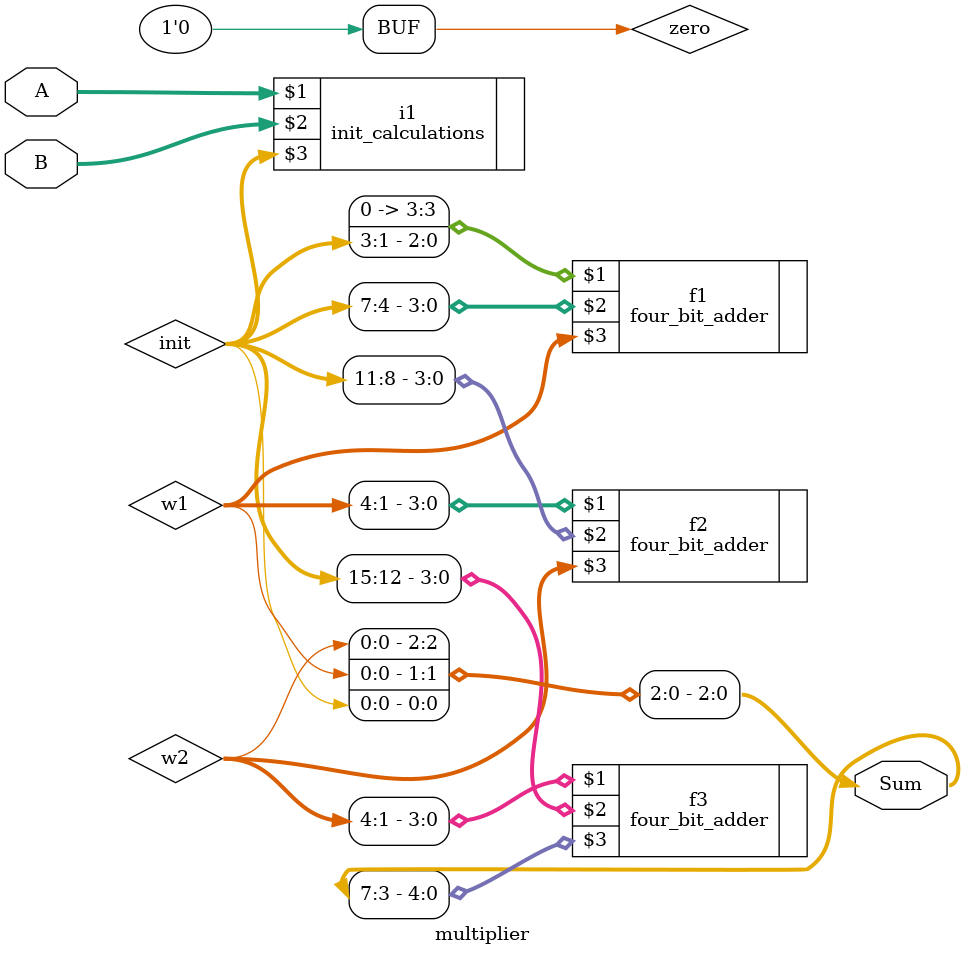
<source format=v>
/*
uses 3 4-bit full adders 
*/

/*
if inputs to init_calculations() are A => in1 then B => in2
it will generate 16-bits output in this order:
[A3B3, A3B2, A3B1, A3B0, A2B3, A2B2, A2B1, A2B0, A1B3, A1B2, A1B1, A1B0, A0B3, A0B2, A0B1, A0B0]

*/

module multiplier (A,B,Sum);
input [3:0] A;
input [3:0] B;
output [7:0] Sum;
wire [15:0] init;
wire [4:0] w1;
wire [4:0] w2;
wire zero;

assign zero = 1'b0;

init_calculations i1 (A,B,init);
assign Sum[0] = init[0];
four_bit_adder f1 ({zero, init[3:1]},init[7:4], w1);
assign Sum[1] = w1[0];
four_bit_adder f2 (w1[4:1],init[11:8], w2);
assign Sum[2] = w2[0];
four_bit_adder f3 (w2[4:1],init[15:12], Sum[7:3]);

endmodule

</source>
